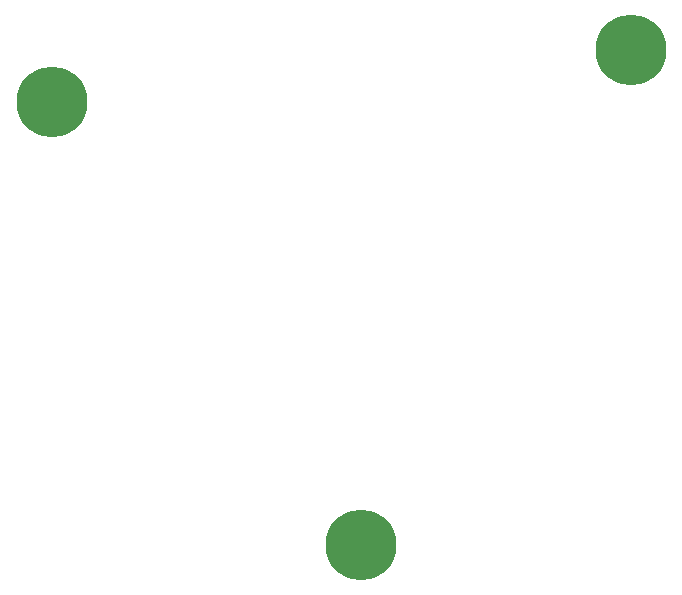
<source format=gbr>
%TF.GenerationSoftware,KiCad,Pcbnew,8.0.4*%
%TF.CreationDate,2024-08-12T17:50:12-06:00*%
%TF.ProjectId,placasLogos,706c6163-6173-44c6-9f67-6f732e6b6963,rev?*%
%TF.SameCoordinates,Original*%
%TF.FileFunction,Copper,L1,Top*%
%TF.FilePolarity,Positive*%
%FSLAX46Y46*%
G04 Gerber Fmt 4.6, Leading zero omitted, Abs format (unit mm)*
G04 Created by KiCad (PCBNEW 8.0.4) date 2024-08-12 17:50:12*
%MOMM*%
%LPD*%
G01*
G04 APERTURE LIST*
%TA.AperFunction,ComponentPad*%
%ADD10C,6.000000*%
%TD*%
G04 APERTURE END LIST*
D10*
%TO.P,tornillo3,3*%
%TO.N,N/C*%
X145075000Y-121925000D03*
%TD*%
%TO.P,,1*%
%TO.N,N/C*%
X118925000Y-84400000D03*
%TD*%
%TO.P,tornillo1,1*%
%TO.N,N/C*%
X118925000Y-84400000D03*
%TD*%
%TO.P,,2*%
%TO.N,N/C*%
X167950000Y-79950000D03*
%TD*%
%TO.P,tornillo2,2*%
%TO.N,N/C*%
X167950000Y-79950000D03*
%TD*%
M02*

</source>
